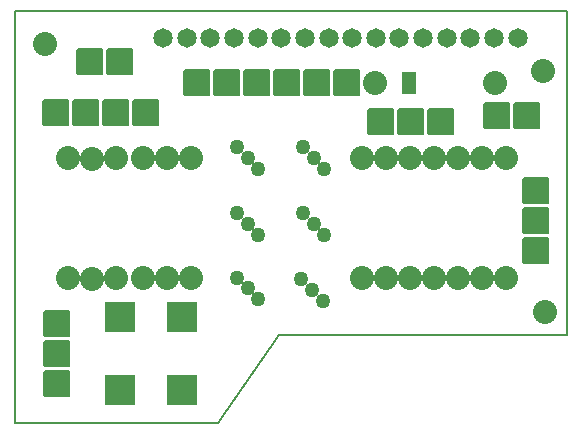
<source format=gbr>
G04 PROTEUS GERBER X2 FILE*
%TF.GenerationSoftware,Labcenter,Proteus,8.5-SP0-Build22067*%
%TF.CreationDate,2017-11-28T10:59:28+00:00*%
%TF.FileFunction,Soldermask,Top*%
%TF.FilePolarity,Negative*%
%TF.Part,Single*%
%FSLAX45Y45*%
%MOMM*%
G01*
%TA.AperFunction,Material*%
%ADD22C,2.032000*%
%AMPPAD015*
4,1,36,
-1.016000,1.143000,
1.016000,1.143000,
1.041970,1.140470,
1.065980,1.133200,
1.087580,1.121650,
1.106290,1.106290,
1.121650,1.087570,
1.133200,1.065980,
1.140470,1.041970,
1.143000,1.016000,
1.143000,-1.016000,
1.140470,-1.041970,
1.133200,-1.065980,
1.121650,-1.087570,
1.106290,-1.106290,
1.087580,-1.121650,
1.065980,-1.133200,
1.041970,-1.140470,
1.016000,-1.143000,
-1.016000,-1.143000,
-1.041970,-1.140470,
-1.065980,-1.133200,
-1.087580,-1.121650,
-1.106290,-1.106290,
-1.121650,-1.087570,
-1.133200,-1.065980,
-1.140470,-1.041970,
-1.143000,-1.016000,
-1.143000,1.016000,
-1.140470,1.041970,
-1.133200,1.065980,
-1.121650,1.087570,
-1.106290,1.106290,
-1.087580,1.121650,
-1.065980,1.133200,
-1.041970,1.140470,
-1.016000,1.143000,
0*%
%ADD23PPAD015*%
%ADD24C,1.270000*%
%AMPPAD017*
4,1,36,
-1.143000,-1.016000,
-1.143000,1.016000,
-1.140470,1.041970,
-1.133200,1.065980,
-1.121650,1.087580,
-1.106290,1.106290,
-1.087570,1.121650,
-1.065980,1.133200,
-1.041970,1.140470,
-1.016000,1.143000,
1.016000,1.143000,
1.041970,1.140470,
1.065980,1.133200,
1.087570,1.121650,
1.106290,1.106290,
1.121650,1.087580,
1.133200,1.065980,
1.140470,1.041970,
1.143000,1.016000,
1.143000,-1.016000,
1.140470,-1.041970,
1.133200,-1.065980,
1.121650,-1.087580,
1.106290,-1.106290,
1.087570,-1.121650,
1.065980,-1.133200,
1.041970,-1.140470,
1.016000,-1.143000,
-1.016000,-1.143000,
-1.041970,-1.140470,
-1.065980,-1.133200,
-1.087570,-1.121650,
-1.106290,-1.106290,
-1.121650,-1.087580,
-1.133200,-1.065980,
-1.140470,-1.041970,
-1.143000,-1.016000,
0*%
%ADD25PPAD017*%
%AMPPAD018*
4,1,36,
-1.143000,1.270000,
1.143000,1.270000,
1.168970,1.267470,
1.192980,1.260200,
1.214580,1.248650,
1.233290,1.233290,
1.248650,1.214570,
1.260200,1.192980,
1.267470,1.168970,
1.270000,1.143000,
1.270000,-1.143000,
1.267470,-1.168970,
1.260200,-1.192980,
1.248650,-1.214570,
1.233290,-1.233290,
1.214580,-1.248650,
1.192980,-1.260200,
1.168970,-1.267470,
1.143000,-1.270000,
-1.143000,-1.270000,
-1.168970,-1.267470,
-1.192980,-1.260200,
-1.214580,-1.248650,
-1.233290,-1.233290,
-1.248650,-1.214570,
-1.260200,-1.192980,
-1.267470,-1.168970,
-1.270000,-1.143000,
-1.270000,1.143000,
-1.267470,1.168970,
-1.260200,1.192980,
-1.248650,1.214570,
-1.233290,1.233290,
-1.214580,1.248650,
-1.192980,1.260200,
-1.168970,1.267470,
-1.143000,1.270000,
0*%
%ADD26PPAD018*%
%AMPPAD019*
4,1,4,
-0.571500,0.901700,
0.571500,0.901700,
0.571500,-0.901700,
-0.571500,-0.901700,
-0.571500,0.901700,
0*%
%ADD27PPAD019*%
%ADD28C,1.651000*%
%TA.AperFunction,Profile*%
%ADD17C,0.203200*%
D22*
X+4152900Y+1498600D03*
X+4152900Y+482600D03*
D23*
X+3098800Y+1803400D03*
X+3352800Y+1803400D03*
X+3606800Y+1803400D03*
X+1536700Y+2133600D03*
X+1790700Y+2133600D03*
X+2044700Y+2133600D03*
X+2298700Y+2133600D03*
X+2552700Y+2133600D03*
X+2806700Y+2133600D03*
X+342900Y+1879600D03*
X+596900Y+1879600D03*
X+850900Y+1879600D03*
X+1104900Y+1879600D03*
D24*
X+1878698Y+1588402D03*
X+1968500Y+1498600D03*
X+2058303Y+1408797D03*
X+1878697Y+1029602D03*
X+1968500Y+939800D03*
X+2058302Y+849997D03*
X+1878697Y+483502D03*
X+1968500Y+393700D03*
X+2058302Y+303897D03*
X+2437497Y+1588402D03*
X+2527300Y+1498600D03*
X+2617102Y+1408797D03*
X+2437498Y+1029603D03*
X+2527300Y+939800D03*
X+2617103Y+849998D03*
X+2424798Y+470803D03*
X+2514600Y+381000D03*
X+2604403Y+291198D03*
D22*
X+1485900Y+1498600D03*
X+1485899Y+482600D03*
X+1282700Y+1498600D03*
X+1282700Y+482600D03*
X+1079500Y+1498600D03*
X+1079500Y+482600D03*
X+850899Y+1498600D03*
X+850900Y+482600D03*
X+647700Y+1485899D03*
X+647701Y+469899D03*
X+444500Y+1498598D03*
X+444500Y+482598D03*
X+2933700Y+1498600D03*
X+2933700Y+482600D03*
X+3136900Y+1498600D03*
X+3136900Y+482600D03*
X+3543300Y+1498600D03*
X+3543300Y+482600D03*
X+3340100Y+1498600D03*
X+3340100Y+482600D03*
X+3949700Y+1498600D03*
X+3949700Y+482600D03*
X+3746500Y+1498600D03*
X+3746500Y+482600D03*
D25*
X+4406900Y+711200D03*
X+4406900Y+965200D03*
X+4406900Y+1219200D03*
D26*
X+1409700Y-469900D03*
X+1409700Y+150100D03*
X+889000Y-469900D03*
X+889000Y+150100D03*
D23*
X+889000Y+2311400D03*
X+635000Y+2311400D03*
D25*
X+355600Y+88900D03*
X+355600Y-165100D03*
X+355600Y-419100D03*
D23*
X+4076700Y+1854199D03*
X+4330700Y+1854199D03*
D22*
X+3048000Y+2133600D03*
D27*
X+3338000Y+2133600D03*
D22*
X+4064000Y+2133600D03*
D28*
X+1254300Y+2514600D03*
X+1454300Y+2514600D03*
X+1654300Y+2514600D03*
X+1854300Y+2514600D03*
X+2054300Y+2514600D03*
X+2254300Y+2514600D03*
X+2454300Y+2514600D03*
X+2654300Y+2514600D03*
X+2854300Y+2514600D03*
X+3054300Y+2514600D03*
X+3254300Y+2514600D03*
X+3454300Y+2514600D03*
X+3654300Y+2514600D03*
X+3854300Y+2514600D03*
X+4054300Y+2514600D03*
X+4254300Y+2514600D03*
D22*
X+254000Y+2463800D03*
X+4483100Y+190500D03*
X+4470400Y+2235200D03*
D17*
X+0Y-749300D02*
X+1714500Y-749300D01*
X+2235200Y+0D01*
X+4673600Y+0D01*
X+0Y-749300D02*
X+0Y+2743200D01*
X+4673600Y+2743200D01*
X+4673600Y+0D02*
X+4673600Y+2743200D01*
M02*

</source>
